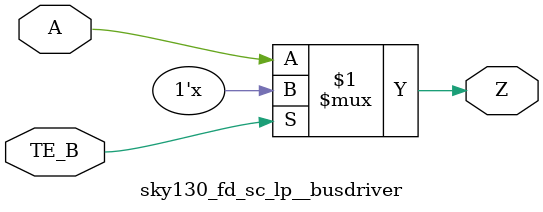
<source format=v>
/*
 * Copyright 2020 The SkyWater PDK Authors
 *
 * Licensed under the Apache License, Version 2.0 (the "License");
 * you may not use this file except in compliance with the License.
 * You may obtain a copy of the License at
 *
 *     https://www.apache.org/licenses/LICENSE-2.0
 *
 * Unless required by applicable law or agreed to in writing, software
 * distributed under the License is distributed on an "AS IS" BASIS,
 * WITHOUT WARRANTIES OR CONDITIONS OF ANY KIND, either express or implied.
 * See the License for the specific language governing permissions and
 * limitations under the License.
 *
 * SPDX-License-Identifier: Apache-2.0
*/


`ifndef SKY130_FD_SC_LP__BUSDRIVER_FUNCTIONAL_V
`define SKY130_FD_SC_LP__BUSDRIVER_FUNCTIONAL_V

/**
 * busdriver: Bus driver (pmoshvt devices).
 *
 * Verilog simulation functional model.
 */

`timescale 1ns / 1ps
`default_nettype none

`celldefine
module sky130_fd_sc_lp__busdriver (
    Z   ,
    A   ,
    TE_B
);

    // Module ports
    output Z   ;
    input  A   ;
    input  TE_B;

    //     Name     Output  Other arguments
    bufif0 bufif00 (Z     , A, TE_B        );

endmodule
`endcelldefine

`default_nettype wire
`endif  // SKY130_FD_SC_LP__BUSDRIVER_FUNCTIONAL_V
</source>
